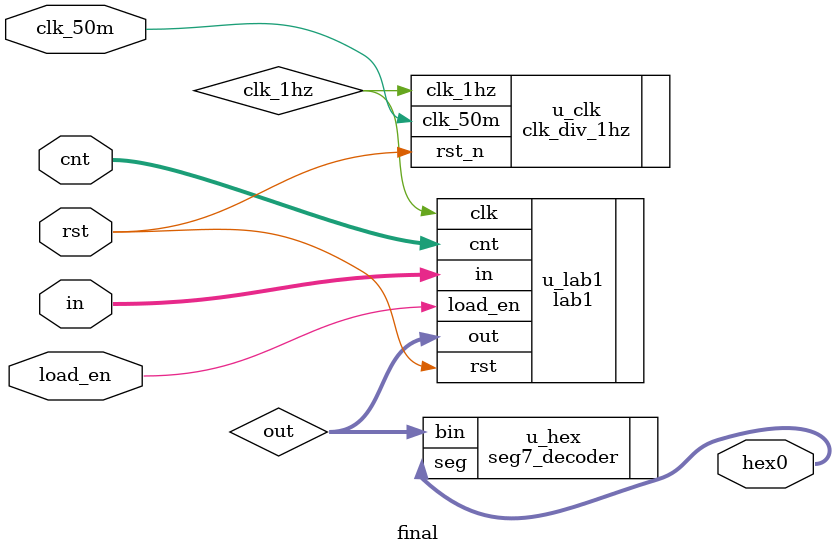
<source format=v>
module final (clk_50m, rst, load_en, in, cnt, hex0);
    input        clk_50m;
    input        rst;
    input        load_en;
    input  [3:0] in;
    input  [1:0] cnt;
    output [6:0] hex0;

    wire clk_1hz;
    wire [3:0] out;

    // Clock divider
    clk_div_1hz u_clk (
        .clk_50m (clk_50m),
        .rst_n   (rst),
        .clk_1hz (clk_1hz)
    );

    // FSM
    lab1 u_lab1 (
        .in      (in),
        .cnt     (cnt),
        .load_en (load_en),
        .clk     (clk_1hz),
        .rst     (rst),
        .out     (out)
    );

    // 7-seg
    seg7_decoder u_hex (
        .bin (out),
        .seg (hex0)
    );
endmodule
</source>
